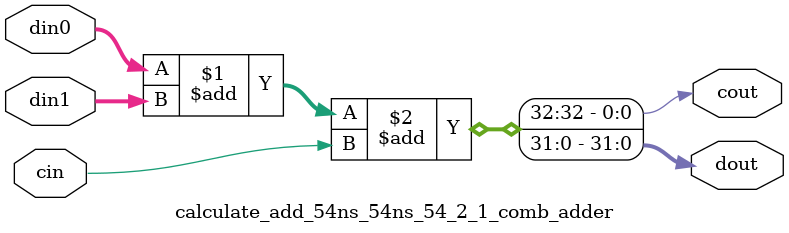
<source format=v>
`timescale 1 ns / 1 ps

module calculate_add_54ns_54ns_54_2_1(clk, reset, ce, din0, din1, dout);
parameter ID         = 1;              // core ID, unused in RTL
parameter NUM_STAGE  = 2;
parameter din0_WIDTH = 54;   // data bitwidth
parameter din1_WIDTH = 54;   // 
parameter dout_WIDTH = 54;   // output bitwidth

// ---- input/output ports list here ----
input   clk;
input   reset;
input   ce;
input  [din0_WIDTH - 1 : 0] din0;
input  [din1_WIDTH - 1 : 0] din1;

output [dout_WIDTH - 1 : 0] dout;
//   

// wire for the primary inputs
wire [54 - 1 : 0] ain_s0 = din0;
wire [54 - 1 : 0] bin_s0 = din1;

// This AddSub module have totally 2 stages. For each stage the adder's width are:
// [27,27]
//  
//   

// Stage 1 logic
wire [27 - 1 : 0]    fas_s1;
wire                 facout_s1;
// 
reg  [27 - 1 : 0]    ain_s1;
reg  [27 - 1 : 0]    bin_s1;
reg  [27 - 1 : 0]    sum_s1;
reg                  carry_s1;
// 
//  
//  
// 
calculate_add_54ns_54ns_54_2_1_comb_adder #(
    .N    ( 27 )
) u1 (
    .din0    ( ain_s0[27 - 1 : 0] ),
    .din1    ( bin_s0[27 - 1 : 0] ),
    .cin  ( 1'b0 ),
    .dout    ( fas_s1 ),
    .cout ( facout_s1 )
);

// 
always @ (posedge clk) begin
    if (ce) begin
        sum_s1   <= fas_s1;
        carry_s1 <= facout_s1;
    end
end

always @ (posedge clk) begin
    if (ce) begin
        ain_s1 <= ain_s0[54 - 1 : 27];
    end
end

always @ (posedge clk) begin
    if (ce) begin
        bin_s1 <= bin_s0[54 - 1 : 27];
    end
end
//  
//   

// Stage 2 logic
wire [27 - 1 : 0]    fas_s2;
wire                 facout_s2;
// 
// 
calculate_add_54ns_54ns_54_2_1_comb_adder #(
    .N    ( 27 )
) u2 (
    .din0    ( ain_s1[27 - 1 : 0] ),
    .din1    ( bin_s1[27 - 1 : 0] ),
    .cin  ( carry_s1 ),
    .dout    ( fas_s2 ),
    .cout ( facout_s2 )
);

// 
assign dout = {fas_s2, sum_s1 };
//  
// 
endmodule

// small adder
module calculate_add_54ns_54ns_54_2_1_comb_adder 
#(parameter
    N = 32
)(
    input  [N-1 : 0]    din0,
    input  [N-1 : 0]    din1,
    input  wire         cin,
    output [N-1 : 0]    dout,
    output wire         cout
);
assign {cout, dout} = din0 + din1 + cin;
endmodule
// 

</source>
